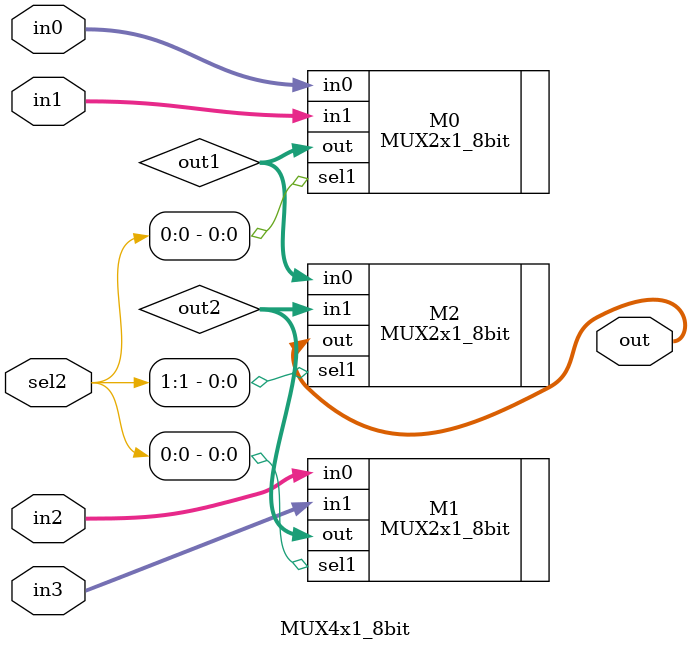
<source format=sv>
`timescale 1ns / 1ps


module MUX4x1_8bit(input [1:0] sel2, 
              input [7:0] in0,in1,in2,in3,
              output reg [7:0] out
    );
    
wire [7:0] out1, out2;
MUX2x1_8bit M0(.sel1(sel2[0]), .in0(in0), .in1(in1), .out(out1));
MUX2x1_8bit M1(.sel1(sel2[0]), .in0(in2), .in1(in3), .out(out2));

MUX2x1_8bit M2(.sel1(sel2[1]), .in0(out1), .in1(out2), .out(out));

endmodule

</source>
